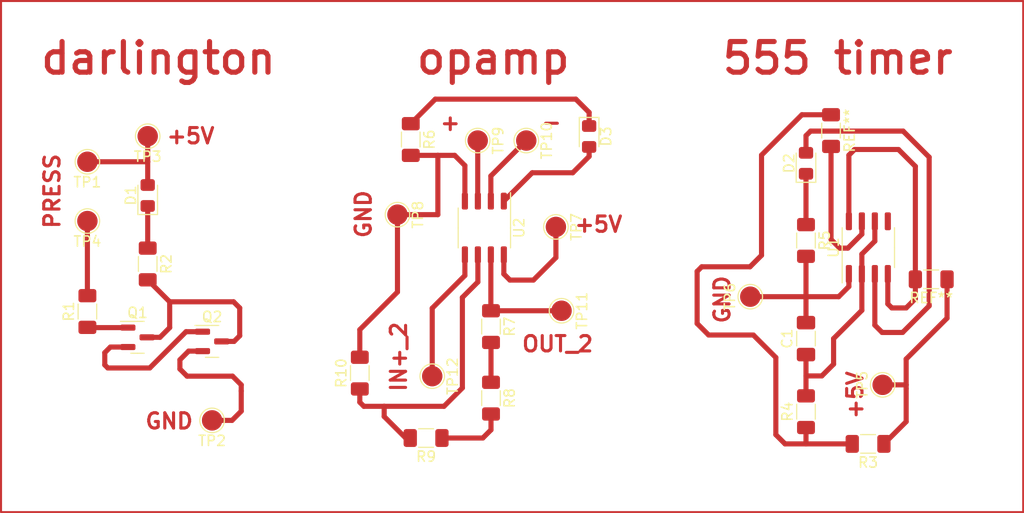
<source format=kicad_pcb>
(kicad_pcb (version 20211014) (generator pcbnew)
  (title_block (title "darlington pair & 555 astable & opamp configurations") (date "2024-04-29") (rev "2") (company "shklj"))
  (layers (0 "F.Cu" signal) (31 "B.Cu" signal) (34 "B.Paste" user) (35 "F.Paste" user) (36 "B.SilkS" user "B.Silkscreen") (37 "F.SilkS" user "F.Silkscreen") (38 "B.Mask" user) (39 "F.Mask" user) (44 "Edge.Cuts" user))
  (net 0 "")
  (net 1 "Net-(C1-Pad1)")
  (net 2 "Net-(C1-Pad2)")
  (net 3 "Net-(D1-Pad1)")
  (net 4 "Net-(D1-Pad2)")
  (net 5 "Net-(D2-Pad1)")
  (net 6 "Net-(D2-Pad2)")
  (net 7 "Net-(D3-Pad1)")
  (net 8 "Net-(D3-Pad2)")
  (net 9 "Net-(Q1-Pad1)")
  (net 10 "Net-(Q1-Pad2)")
  (net 11 "Net-(Q1-Pad3)")
  (net 12 "Net-(Q2-Pad1)")
  (net 13 "Net-(R1-Pad2)")
  (net 14 "Net-(R3-Pad1)")
  (net 15 "Net-(R3-Pad2)")
  (net 16 "Net-(R10-Pad2)")
  (net 17 "Net-(R7-Pad1)")
  (net 18 "Net-(R7-Pad2)")
  (net 19 "Net-(R8-Pad2)")
  (net 20 "Net-(R10-Pad1)")
  (net 21 "Net-(TP7-Pad1)")
  (net 22 "Net-(TP9-Pad1)")
  (net 23 "Net-(TP10-Pad1)")
  (net 24 "Net-(TP12-Pad1)")
  (footprint "Resistor_SMD:R_1206_3216Metric_Pad1.30x1.75mm_HandSolder" (layer "F.Cu") (at 174.05 105.125 90)
    (fp_text reference "R4" (at 0 -1.82 90) (layer "F.SilkS"))
    (fp_text value "10k")
    (fp_line (start -0.727064 -0.91) (end 0.727064 -0.91) (layer "F.SilkS") (width 0.12))
    (fp_line (start -0.727064 0.91) (end 0.727064 0.91) (layer "F.SilkS") (width 0.12))
    (pad "1" smd roundrect (at -1.55 0 90) (size 1.3 1.75) (layers "F.Cu" "F.Paste" "F.Mask") (roundrect_rratio 0.192308) (net 15 "Net-(R3-Pad2)"))
    (pad "2" smd roundrect (at 1.55 0 90) (size 1.3 1.75) (layers "F.Cu" "F.Paste" "F.Mask") (roundrect_rratio 0.192308) (net 1 "Net-(C1-Pad1)"))
  )
  (footprint "LED_SMD:LED_0805_2012Metric_Pad1.15x1.40mm_HandSolder" (layer "F.Cu") (at 174.05 80.825 90)
    (fp_text reference "D2" (at 0 -1.65 90) (layer "F.SilkS"))
    (fp_text value "LED")
    (fp_line (start -1.86 -0.96) (end -1.86 0.96) (layer "F.SilkS") (width 0.12))
    (fp_line (start -1.86 0.96) (end 1 0.96) (layer "F.SilkS") (width 0.12))
    (fp_line (start 1 -0.96) (end -1.86 -0.96) (layer "F.SilkS") (width 0.12))
    (pad "1" smd roundrect (at -1.025 0 90) (size 1.15 1.4) (layers "F.Cu" "F.Paste" "F.Mask") (roundrect_rratio 0.217391) (net 5 "Net-(D2-Pad1)"))
    (pad "2" smd roundrect (at 1.025 0 90) (size 1.15 1.4) (layers "F.Cu" "F.Paste" "F.Mask") (roundrect_rratio 0.217391) (net 6 "Net-(D2-Pad2)"))
  )
  (footprint "TestPoint:TestPoint_Pad_D2.0mm" (layer "F.Cu") (at 168.6 93.875 90)
    (fp_text reference "TP6" (at 0 -1.998 90) (layer "F.SilkS"))
    (fp_text value "TestPoint")
    (fp_circle (center 0 0) (end 0 1.2) (layer "F.SilkS") (width 0.12) (fill none))
    (pad "1" smd circle (at 0 0 90) (size 2 2) (layers "F.Cu" "F.Mask") (net 2 "Net-(C1-Pad2)"))
  )
  (footprint "TestPoint:TestPoint_Pad_D2.0mm" (layer "F.Cu") (at 146.685 78.6 -90)
    (fp_text reference "TP10" (at 0 -1.998 90) (layer "F.SilkS"))
    (fp_text value "TestPoint")
    (fp_circle (center 0 0) (end 0 1.2) (layer "F.SilkS") (width 0.12) (fill none))
    (pad "1" smd circle (at 0 0 270) (size 2 2) (layers "F.Cu" "F.Mask") (net 23 "Net-(TP10-Pad1)"))
  )
  (footprint "Resistor_SMD:R_1206_3216Metric_Pad1.30x1.75mm_HandSolder" (layer "F.Cu") (at 180.125 108.275 180)
    (fp_text reference "R3" (at 0 -1.82) (layer "F.SilkS"))
    (fp_text value "10k")
    (fp_line (start -0.727064 0.91) (end 0.727064 0.91) (layer "F.SilkS") (width 0.12))
    (fp_line (start -0.727064 -0.91) (end 0.727064 -0.91) (layer "F.SilkS") (width 0.12))
    (pad "1" smd roundrect (at -1.55 0 180) (size 1.3 1.75) (layers "F.Cu" "F.Paste" "F.Mask") (roundrect_rratio 0.192308) (net 14 "Net-(R3-Pad1)"))
    (pad "2" smd roundrect (at 1.55 0 180) (size 1.3 1.75) (layers "F.Cu" "F.Paste" "F.Mask") (roundrect_rratio 0.192308) (net 15 "Net-(R3-Pad2)"))
  )
  (footprint "Resistor_SMD:R_1206_3216Metric_Pad1.30x1.75mm_HandSolder" (layer "F.Cu") (at 136.885 107.7 180)
    (fp_text reference "R9" (at 0 -1.82) (layer "F.SilkS"))
    (fp_text value "10k")
    (fp_line (start -0.727064 0.91) (end 0.727064 0.91) (layer "F.SilkS") (width 0.12))
    (fp_line (start -0.727064 -0.91) (end 0.727064 -0.91) (layer "F.SilkS") (width 0.12))
    (pad "1" smd roundrect (at -1.55 0 180) (size 1.3 1.75) (layers "F.Cu" "F.Paste" "F.Mask") (roundrect_rratio 0.192308) (net 19 "Net-(R8-Pad2)"))
    (pad "2" smd roundrect (at 1.55 0 180) (size 1.3 1.75) (layers "F.Cu" "F.Paste" "F.Mask") (roundrect_rratio 0.192308) (net 20 "Net-(R10-Pad1)"))
  )
  (footprint "Resistor_SMD:R_1206_3216Metric_Pad1.30x1.75mm_HandSolder" (layer "F.Cu") (at 135.385 78.5 -90)
    (fp_text reference "R6" (at 0 -1.82 90) (layer "F.SilkS"))
    (fp_text value "200")
    (fp_line (start -0.727064 0.91) (end 0.727064 0.91) (layer "F.SilkS") (width 0.12))
    (fp_line (start -0.727064 -0.91) (end 0.727064 -0.91) (layer "F.SilkS") (width 0.12))
    (pad "1" smd roundrect (at -1.55 0 270) (size 1.3 1.75) (layers "F.Cu" "F.Paste" "F.Mask") (roundrect_rratio 0.192308) (net 7 "Net-(D3-Pad1)"))
    (pad "2" smd roundrect (at 1.55 0 270) (size 1.3 1.75) (layers "F.Cu" "F.Paste" "F.Mask") (roundrect_rratio 0.192308) (net 16 "Net-(R10-Pad2)"))
  )
  (footprint "TestPoint:TestPoint_Pad_D2.0mm" (layer "F.Cu") (at 149.585 87.05 -90)
    (fp_text reference "TP7" (at 0 -1.998 90) (layer "F.SilkS"))
    (fp_text value "TestPoint")
    (fp_circle (center 0 0) (end 0 1.2) (layer "F.SilkS") (width 0.12) (fill none))
    (pad "1" smd circle (at 0 0 270) (size 2 2) (layers "F.Cu" "F.Mask") (net 21 "Net-(TP7-Pad1)"))
  )
  (footprint "LED_SMD:LED_0805_2012Metric_Pad1.15x1.40mm_HandSolder" (layer "F.Cu") (at 109.65 83.975 90)
    (fp_text reference "D1" (at 0 -1.65 90) (layer "F.SilkS"))
    (fp_text value "LED")
    (fp_line (start 1 -0.96) (end -1.86 -0.96) (layer "F.SilkS") (width 0.12))
    (fp_line (start -1.86 0.96) (end 1 0.96) (layer "F.SilkS") (width 0.12))
    (fp_line (start -1.86 -0.96) (end -1.86 0.96) (layer "F.SilkS") (width 0.12))
    (pad "1" smd roundrect (at -1.025 0 90) (size 1.15 1.4) (layers "F.Cu" "F.Paste" "F.Mask") (roundrect_rratio 0.217391) (net 3 "Net-(D1-Pad1)"))
    (pad "2" smd roundrect (at 1.025 0 90) (size 1.15 1.4) (layers "F.Cu" "F.Paste" "F.Mask") (roundrect_rratio 0.217391) (net 4 "Net-(D1-Pad2)"))
  )
  (footprint "Package_TO_SOT_SMD:SOT-23" (layer "F.Cu") (at 115.95 98.25)
    (fp_text reference "Q2" (at 0 -2.4) (layer "F.SilkS"))
    (fp_text value "2SC1623")
    (fp_line (start 0 1.56) (end -0.65 1.56) (layer "F.SilkS") (width 0.12))
    (fp_line (start 0 1.56) (end 0.65 1.56) (layer "F.SilkS") (width 0.12))
    (fp_line (start 0 -1.56) (end 0.65 -1.56) (layer "F.SilkS") (width 0.12))
    (fp_line (start 0 -1.56) (end -1.675 -1.56) (layer "F.SilkS") (width 0.12))
    (pad "1" smd roundrect (at -0.9375 0.95) (size 1.475 0.6) (layers "F.Cu" "F.Paste" "F.Mask") (net 12 "Net-(Q2-Pad1)"))
    (pad "2" smd roundrect (at 0.9375 0) (size 1.475 0.6) (layers "F.Cu" "F.Paste" "F.Mask") (net 10 "Net-(Q1-Pad2)"))
    (pad "3" smd roundrect (at -0.9375 -0.95) (size 1.475 0.6) (layers "F.Cu" "F.Paste" "F.Mask") (net 9 "Net-(Q1-Pad1)"))
  )
  (footprint "LED_SMD:LED_0805_2012Metric_Pad1.15x1.40mm_HandSolder" (layer "F.Cu") (at 152.835 78.2 -90)
    (fp_text reference "D3" (at 0 -1.65 90) (layer "F.SilkS"))
    (fp_text value "LED")
    (fp_line (start -1.86 0.96) (end 1 0.96) (layer "F.SilkS") (width 0.12))
    (fp_line (start -1.86 -0.96) (end -1.86 0.96) (layer "F.SilkS") (width 0.12))
    (fp_line (start 1 -0.96) (end -1.86 -0.96) (layer "F.SilkS") (width 0.12))
    (pad "1" smd roundrect (at -1.025 0 270) (size 1.15 1.4) (layers "F.Cu" "F.Paste" "F.Mask") (roundrect_rratio 0.217391) (net 7 "Net-(D3-Pad1)"))
    (pad "2" smd roundrect (at 1.025 0 270) (size 1.15 1.4) (layers "F.Cu" "F.Paste" "F.Mask") (roundrect_rratio 0.217391) (net 8 "Net-(D3-Pad2)"))
  )
  (footprint "TestPoint:TestPoint_Pad_D2.0mm" (layer "F.Cu") (at 115.95 105.975 180)
    (fp_text reference "TP2" (at 0 -1.998) (layer "F.SilkS"))
    (fp_text value "TestPoint")
    (fp_circle (center 0 0) (end 0 1.2) (layer "F.SilkS") (width 0.12) (fill none))
    (pad "1" smd circle (at 0 0 180) (size 2 2) (layers "F.Cu" "F.Mask") (net 12 "Net-(Q2-Pad1)"))
  )
  (footprint "TestPoint:TestPoint_Pad_D2.0mm" (layer "F.Cu") (at 141.935 78.6 -90)
    (fp_text reference "TP9" (at 0 -1.998 90) (layer "F.SilkS"))
    (fp_text value "TestPoint")
    (fp_circle (center 0 0) (end 0 1.2) (layer "F.SilkS") (width 0.12) (fill none))
    (pad "1" smd circle (at 0 0 270) (size 2 2) (layers "F.Cu" "F.Mask") (net 22 "Net-(TP9-Pad1)"))
  )
  (footprint "Resistor_SMD:R_1206_3216Metric_Pad1.30x1.75mm_HandSolder" (layer "F.Cu") (at 103.75 95.325 90)
    (fp_text reference "R1" (at 0 -1.82 90) (layer "F.SilkS"))
    (fp_text value "10k")
    (fp_line (start -0.727064 -0.91) (end 0.727064 -0.91) (layer "F.SilkS") (width 0.12))
    (fp_line (start -0.727064 0.91) (end 0.727064 0.91) (layer "F.SilkS") (width 0.12))
    (pad "1" smd roundrect (at -1.55 0 90) (size 1.3 1.75) (layers "F.Cu" "F.Paste" "F.Mask") (roundrect_rratio 0.192308) (net 11 "Net-(Q1-Pad3)"))
    (pad "2" smd roundrect (at 1.55 0 90) (size 1.3 1.75) (layers "F.Cu" "F.Paste" "F.Mask") (roundrect_rratio 0.192308) (net 13 "Net-(R1-Pad2)"))
  )
  (footprint "TestPoint:TestPoint_Pad_D2.0mm" (layer "F.Cu") (at 150.135 95.25 -90)
    (fp_text reference "TP11" (at 0 -1.998 90) (layer "F.SilkS"))
    (fp_text value "TestPoint")
    (fp_circle (center 0 0) (end 0 1.2) (layer "F.SilkS") (width 0.12) (fill none))
    (pad "1" smd circle (at 0 0 270) (size 2 2) (layers "F.Cu" "F.Mask") (net 17 "Net-(R7-Pad1)"))
  )
  (footprint "Resistor_SMD:R_1206_3216Metric_Pad1.30x1.75mm_HandSolder" (layer "F.Cu") (at 176.5 77.625 -90)
    (fp_text reference "REF**" (at 0 -1.82 90) (layer "F.SilkS"))
    (fp_text value "R_1206_3216Metric_Pad1.30x1.75mm_HandSolder" hide)
    (fp_line (start -0.727064 -0.91) (end 0.727064 -0.91) (layer "F.SilkS") (width 0.12))
    (fp_line (start -0.727064 0.91) (end 0.727064 0.91) (layer "F.SilkS") (width 0.12))
    (pad "1" smd roundrect (at -1.55 0 270) (size 1.3 1.75) (layers "F.Cu" "F.Paste" "F.Mask") (roundrect_rratio 0.192308) (net 15 "Net-(R3-Pad2)"))
    (pad "2" smd roundrect (at 1.55 0 270) (size 1.3 1.75) (layers "F.Cu" "F.Paste" "F.Mask") (roundrect_rratio 0.192308) (net 15 "Net-(R3-Pad2)"))
  )
  (footprint "Package_TO_SOT_SMD:SOT-23" (layer "F.Cu") (at 108.65 97.85)
    (fp_text reference "Q1" (at 0 -2.4) (layer "F.SilkS"))
    (fp_text value "2SC1623")
    (fp_line (start 0 1.56) (end 0.65 1.56) (layer "F.SilkS") (width 0.12))
    (fp_line (start 0 -1.56) (end -1.675 -1.56) (layer "F.SilkS") (width 0.12))
    (fp_line (start 0 1.56) (end -0.65 1.56) (layer "F.SilkS") (width 0.12))
    (fp_line (start 0 -1.56) (end 0.65 -1.56) (layer "F.SilkS") (width 0.12))
    (pad "1" smd roundrect (at -0.9375 0.95) (size 1.475 0.6) (layers "F.Cu" "F.Paste" "F.Mask") (net 9 "Net-(Q1-Pad1)"))
    (pad "2" smd roundrect (at 0.9375 0) (size 1.475 0.6) (layers "F.Cu" "F.Paste" "F.Mask") (net 10 "Net-(Q1-Pad2)"))
    (pad "3" smd roundrect (at -0.9375 -0.95) (size 1.475 0.6) (layers "F.Cu" "F.Paste" "F.Mask") (net 11 "Net-(Q1-Pad3)"))
  )
  (footprint "Resistor_SMD:R_1206_3216Metric_Pad1.30x1.75mm_HandSolder" (layer "F.Cu") (at 143.235 96.8 -90)
    (fp_text reference "R7" (at 0 -1.82 90) (layer "F.SilkS"))
    (fp_text value "10k")
    (fp_line (start -0.727064 0.91) (end 0.727064 0.91) (layer "F.SilkS") (width 0.12))
    (fp_line (start -0.727064 -0.91) (end 0.727064 -0.91) (layer "F.SilkS") (width 0.12))
    (pad "1" smd roundrect (at -1.55 0 270) (size 1.3 1.75) (layers "F.Cu" "F.Paste" "F.Mask") (roundrect_rratio 0.192308) (net 17 "Net-(R7-Pad1)"))
    (pad "2" smd roundrect (at 1.55 0 270) (size 1.3 1.75) (layers "F.Cu" "F.Paste" "F.Mask") (roundrect_rratio 0.192308) (net 18 "Net-(R7-Pad2)"))
  )
  (footprint "Package_SO:SO-8_3.9x4.9mm_P1.27mm" (layer "F.Cu") (at 180.15 89.075 90)
    (fp_text reference "U1" (at 0 -3.4 90) (layer "F.SilkS"))
    (fp_text value "SE555DR")
    (fp_line (start 0 2.56) (end 1.95 2.56) (layer "F.SilkS") (width 0.12))
    (fp_line (start 0 -2.56) (end 1.95 -2.56) (layer "F.SilkS") (width 0.12))
    (fp_line (start 0 -2.56) (end -3.45 -2.56) (layer "F.SilkS") (width 0.12))
    (fp_line (start 0 2.56) (end -1.95 2.56) (layer "F.SilkS") (width 0.12))
    (pad "1" smd roundrect (at -2.575 -1.905 90) (size 1.75 0.6) (layers "F.Cu" "F.Paste" "F.Mask") (net 2 "Net-(C1-Pad2)"))
    (pad "2" smd roundrect (at -2.575 -0.635 90) (size 1.75 0.6) (layers "F.Cu" "F.Paste" "F.Mask") (net 1 "Net-(C1-Pad1)"))
    (pad "3" smd roundrect (at -2.575 0.635 90) (size 1.75 0.6) (layers "F.Cu" "F.Paste" "F.Mask") (net 6 "Net-(D2-Pad2)"))
    (pad "4" smd roundrect (at -2.575 1.905 90) (size 1.75 0.6) (layers "F.Cu" "F.Paste" "F.Mask") (net 14 "Net-(R3-Pad1)"))
    (pad "5" smd roundrect (at 2.575 1.905 90) (size 1.75 0.6) (layers "F.Cu" "F.Paste" "F.Mask"))
    (pad "6" smd roundrect (at 2.575 0.635 90) (size 1.75 0.6) (layers "F.Cu" "F.Paste" "F.Mask") (net 1 "Net-(C1-Pad1)"))
    (pad "7" smd roundrect (at 2.575 -0.635 90) (size 1.75 0.6) (layers "F.Cu" "F.Paste" "F.Mask") (net 15 "Net-(R3-Pad2)"))
    (pad "8" smd roundrect (at 2.575 -1.905 90) (size 1.75 0.6) (layers "F.Cu" "F.Paste" "F.Mask") (net 14 "Net-(R3-Pad1)"))
  )
  (footprint "Resistor_SMD:R_1206_3216Metric_Pad1.30x1.75mm_HandSolder" (layer "F.Cu") (at 186.3 92.175 180)
    (fp_text reference "REF**" (at 0 -1.82) (layer "F.SilkS"))
    (fp_text value "R_1206_3216Metric_Pad1.30x1.75mm_HandSolder" hide)
    (fp_line (start -0.727064 -0.91) (end 0.727064 -0.91) (layer "F.SilkS") (width 0.12))
    (fp_line (start -0.727064 0.91) (end 0.727064 0.91) (layer "F.SilkS") (width 0.12))
    (pad "1" smd roundrect (at -1.55 0 180) (size 1.3 1.75) (layers "F.Cu" "F.Paste" "F.Mask") (roundrect_rratio 0.192308) (net 14 "Net-(R3-Pad1)"))
    (pad "2" smd roundrect (at 1.55 0 180) (size 1.3 1.75) (layers "F.Cu" "F.Paste" "F.Mask") (roundrect_rratio 0.192308) (net 14 "Net-(R3-Pad1)"))
  )
  (footprint "TestPoint:TestPoint_Pad_D2.0mm" (layer "F.Cu") (at 103.75 86.475 180)
    (fp_text reference "TP4" (at 0 -1.998) (layer "F.SilkS"))
    (fp_text value "TestPoint")
    (fp_circle (center 0 0) (end 0 1.2) (layer "F.SilkS") (width 0.12) (fill none))
    (pad "1" smd circle (at 0 0 180) (size 2 2) (layers "F.Cu" "F.Mask") (net 13 "Net-(R1-Pad2)"))
  )
  (footprint "TestPoint:TestPoint_Pad_D2.0mm" (layer "F.Cu") (at 137.485 101.65 -90)
    (fp_text reference "TP12" (at 0 -1.998 90) (layer "F.SilkS"))
    (fp_text value "TestPoint")
    (fp_circle (center 0 0) (end 0 1.2) (layer "F.SilkS") (width 0.12) (fill none))
    (pad "1" smd circle (at 0 0 270) (size 2 2) (layers "F.Cu" "F.Mask") (net 24 "Net-(TP12-Pad1)"))
  )
  (footprint "Package_SO:SOP-8_3.9x4.9mm_P1.27mm" (layer "F.Cu") (at 142.585 87.15 -90)
    (fp_text reference "U2" (at 0 -3.4 90) (layer "F.SilkS"))
    (fp_text value "JRC4558D")
    (fp_line (start 0 -2.56) (end 1.95 -2.56) (layer "F.SilkS") (width 0.12))
    (fp_line (start 0 -2.56) (end -3.45 -2.56) (layer "F.SilkS") (width 0.12))
    (fp_line (start 0 2.56) (end -1.95 2.56) (layer "F.SilkS") (width 0.12))
    (fp_line (start 0 2.56) (end 1.95 2.56) (layer "F.SilkS") (width 0.12))
    (pad "1" smd roundrect (at -2.625 -1.905 270) (size 1.65 0.6) (layers "F.Cu" "F.Paste" "F.Mask") (net 8 "Net-(D3-Pad2)"))
    (pad "2" smd roundrect (at -2.625 -0.635 270) (size 1.65 0.6) (layers "F.Cu" "F.Paste" "F.Mask") (net 23 "Net-(TP10-Pad1)"))
    (pad "3" smd roundrect (at -2.625 0.635 270) (size 1.65 0.6) (layers "F.Cu" "F.Paste" "F.Mask") (net 22 "Net-(TP9-Pad1)"))
    (pad "4" smd roundrect (at -2.625 1.905 270) (size 1.65 0.6) (layers "F.Cu" "F.Paste" "F.Mask") (net 16 "Net-(R10-Pad2)"))
    (pad "5" smd roundrect (at 2.625 1.905 270) (size 1.65 0.6) (layers "F.Cu" "F.Paste" "F.Mask") (net 24 "Net-(TP12-Pad1)"))
    (pad "6" smd roundrect (at 2.625 0.635 270) (size 1.65 0.6) (layers "F.Cu" "F.Paste" "F.Mask") (net 20 "Net-(R10-Pad1)"))
    (pad "7" smd roundrect (at 2.625 -0.635 270) (size 1.65 0.6) (layers "F.Cu" "F.Paste" "F.Mask") (net 17 "Net-(R7-Pad1)"))
    (pad "8" smd roundrect (at 2.625 -1.905 270) (size 1.65 0.6) (layers "F.Cu" "F.Paste" "F.Mask") (net 21 "Net-(TP7-Pad1)"))
  )
  (footprint "Resistor_SMD:R_1206_3216Metric_Pad1.30x1.75mm_HandSolder" (layer "F.Cu") (at 130.4 101.35 90)
    (fp_text reference "R10" (at 0 -1.82 90) (layer "F.SilkS"))
    (fp_text value "10k")
    (fp_line (start -0.727064 0.91) (end 0.727064 0.91) (layer "F.SilkS") (width 0.12))
    (fp_line (start -0.727064 -0.91) (end 0.727064 -0.91) (layer "F.SilkS") (width 0.12))
    (pad "1" smd roundrect (at -1.55 0 90) (size 1.3 1.75) (layers "F.Cu" "F.Paste" "F.Mask") (roundrect_rratio 0.192308) (net 20 "Net-(R10-Pad1)"))
    (pad "2" smd roundrect (at 1.55 0 90) (size 1.3 1.75) (layers "F.Cu" "F.Paste" "F.Mask") (roundrect_rratio 0.192308) (net 16 "Net-(R10-Pad2)"))
  )
  (footprint "TestPoint:TestPoint_Pad_D2.0mm" (layer "F.Cu") (at 103.75 80.675 180)
    (fp_text reference "TP1" (at 0 -1.998) (layer "F.SilkS"))
    (fp_text value "TestPoint")
    (fp_circle (center 0 0) (end 0 1.2) (layer "F.SilkS") (width 0.12) (fill none))
    (pad "1" smd circle (at 0 0 180) (size 2 2) (layers "F.Cu" "F.Mask") (net 4 "Net-(D1-Pad2)"))
  )
  (footprint "Resistor_SMD:R_1206_3216Metric_Pad1.30x1.75mm_HandSolder" (layer "F.Cu") (at 143.235 103.8 -90)
    (fp_text reference "R8" (at 0 -1.82 90) (layer "F.SilkS"))
    (fp_text value "10k")
    (fp_line (start -0.727064 -0.91) (end 0.727064 -0.91) (layer "F.SilkS") (width 0.12))
    (fp_line (start -0.727064 0.91) (end 0.727064 0.91) (layer "F.SilkS") (width 0.12))
    (pad "1" smd roundrect (at -1.55 0 270) (size 1.3 1.75) (layers "F.Cu" "F.Paste" "F.Mask") (roundrect_rratio 0.192308) (net 18 "Net-(R7-Pad2)"))
    (pad "2" smd roundrect (at 1.55 0 270) (size 1.3 1.75) (layers "F.Cu" "F.Paste" "F.Mask") (roundrect_rratio 0.192308) (net 19 "Net-(R8-Pad2)"))
  )
  (footprint "Capacitor_SMD:C_1206_3216Metric_Pad1.33x1.80mm_HandSolder" (layer "F.Cu") (at 174.05 97.975 90)
    (fp_text reference "C1" (at 0 -1.85 90) (layer "F.SilkS"))
    (fp_text value "4u7")
    (fp_line (start -0.711252 0.91) (end 0.711252 0.91) (layer "F.SilkS") (width 0.12))
    (fp_line (start -0.711252 -0.91) (end 0.711252 -0.91) (layer "F.SilkS") (width 0.12))
    (pad "1" smd roundrect (at -1.5625 0 90) (size 1.325 1.8) (layers "F.Cu" "F.Paste" "F.Mask") (roundrect_rratio 0.188679) (net 1 "Net-(C1-Pad1)"))
    (pad "2" smd roundrect (at 1.5625 0 90) (size 1.325 1.8) (layers "F.Cu" "F.Paste" "F.Mask") (roundrect_rratio 0.188679) (net 2 "Net-(C1-Pad2)"))
  )
  (footprint "TestPoint:TestPoint_Pad_D2.0mm" (layer "F.Cu") (at 109.65 78.175 180)
    (fp_text reference "TP3" (at 0 -1.998) (layer "F.SilkS"))
    (fp_text value "TestPoint")
    (fp_circle (center 0 0) (end 0 1.2) (layer "F.SilkS") (width 0.12) (fill none))
    (pad "1" smd circle (at 0 0 180) (size 2 2) (layers "F.Cu" "F.Mask") (net 4 "Net-(D1-Pad2)"))
  )
  (footprint "TestPoint:TestPoint_Pad_D2.0mm" (layer "F.Cu") (at 181.55 102.5 90)
    (fp_text reference "TP5" (at 0 -1.998 90) (layer "F.SilkS"))
    (fp_text value "TestPoint")
    (fp_circle (center 0 0) (end 0 1.2) (layer "F.SilkS") (width 0.12) (fill none))
    (pad "1" smd circle (at 0 0 90) (size 2 2) (layers "F.Cu" "F.Mask") (net 14 "Net-(R3-Pad1)"))
  )
  (footprint "Resistor_SMD:R_1206_3216Metric_Pad1.30x1.75mm_HandSolder" (layer "F.Cu") (at 174.05 88.375 -90)
    (fp_text reference "R5" (at 0 -1.82 90) (layer "F.SilkS"))
    (fp_text value "200")
    (fp_line (start -0.727064 -0.91) (end 0.727064 -0.91) (layer "F.SilkS") (width 0.12))
    (fp_line (start -0.727064 0.91) (end 0.727064 0.91) (layer "F.SilkS") (width 0.12))
    (pad "1" smd roundrect (at -1.55 0 270) (size 1.3 1.75) (layers "F.Cu" "F.Paste" "F.Mask") (roundrect_rratio 0.192308) (net 5 "Net-(D2-Pad1)"))
    (pad "2" smd roundrect (at 1.55 0 270) (size 1.3 1.75) (layers "F.Cu" "F.Paste" "F.Mask") (roundrect_rratio 0.192308) (net 2 "Net-(C1-Pad2)"))
  )
  (footprint "Resistor_SMD:R_1206_3216Metric_Pad1.30x1.75mm_HandSolder" (layer "F.Cu") (at 109.65 90.675 -90)
    (fp_text reference "R2" (at 0 -1.82 90) (layer "F.SilkS"))
    (fp_text value "200")
    (fp_line (start -0.727064 -0.91) (end 0.727064 -0.91) (layer "F.SilkS") (width 0.12))
    (fp_line (start -0.727064 0.91) (end 0.727064 0.91) (layer "F.SilkS") (width 0.12))
    (pad "1" smd roundrect (at -1.55 0 270) (size 1.3 1.75) (layers "F.Cu" "F.Paste" "F.Mask") (roundrect_rratio 0.192308) (net 3 "Net-(D1-Pad1)"))
    (pad "2" smd roundrect (at 1.55 0 270) (size 1.3 1.75) (layers "F.Cu" "F.Paste" "F.Mask") (roundrect_rratio 0.192308) (net 10 "Net-(Q1-Pad2)"))
  )
  (footprint "TestPoint:TestPoint_Pad_D2.0mm" (layer "F.Cu") (at 134.085 85.85 -90)
    (fp_text reference "TP8" (at 0 -1.998 90) (layer "F.SilkS"))
    (fp_text value "TestPoint")
    (fp_circle (center 0 0) (end 0 1.2) (layer "F.SilkS") (width 0.12) (fill none))
    (pad "1" smd circle (at 0 0 270) (size 2 2) (layers "F.Cu" "F.Mask") (net 16 "Net-(R10-Pad2)"))
  )
  (gr_rect (start 95.3 64.95) (end 195.3 114.95) (layer "F.Cu") (width 0.2) (fill none))
  (gr_text "GND" (at 111.75 106.05) (layer "F.Cu") (effects (font (size 1.5 1.5) (thickness 0.3))))
  (gr_text "OUT_2" (at 149.75 98.5) (layer "F.Cu") (effects (font (size 1.5 1.5) (thickness 0.3))))
  (gr_text "-" (at 149.15 76.8) (layer "F.Cu") (effects (font (size 1.5 1.5) (thickness 0.3))))
  (gr_text "GND" (at 130.75 85.8 90) (layer "F.Cu") (effects (font (size 1.5 1.5) (thickness 0.3))))
  (gr_text "+5V" (at 178.85 103.5 90) (layer "F.Cu") (effects (font (size 1.5 1.5) (thickness 0.3))))
  (gr_text "GND" (at 165.85 94.15 90) (layer "F.Cu") (effects (font (size 1.5 1.5) (thickness 0.3))))
  (gr_text "+5V" (at 153.75 86.8) (layer "F.Cu") (effects (font (size 1.5 1.5) (thickness 0.3))))
  (gr_text "+5V" (at 113.85 78.15) (layer "F.Cu") (effects (font (size 1.5 1.5) (thickness 0.3))))
  (gr_text "+" (at 139.25 76.85) (layer "F.Cu") (effects (font (size 1.5 1.5) (thickness 0.3))))
  (gr_text "555 timer" (at 177.15 70.55) (layer "F.Cu") (effects (font (size 3 3) (thickness 0.5))))
  (gr_text "PRESS" (at 100.3 83.55 90) (layer "F.Cu") (effects (font (size 1.5 1.5) (thickness 0.3))))
  (gr_text "IN+_2" (at 134.2 99.75 90) (layer "F.Cu") (effects (font (size 1.5 1.5) (thickness 0.3))))
  (gr_text "darlington" (at 110.7 70.55) (layer "F.Cu") (effects (font (size 3 3) (thickness 0.5))))
  (gr_text "opamp" (at 143.45 70.55) (layer "F.Cu") (effects (font (size 3 3) (thickness 0.5))))
  (segment (start 179.515 95.21) (end 176.75 97.975) (width 0.5) (layer "F.Cu") (net 1))
  (segment (start 179.515 91.65) (end 179.515 95.21) (width 0.5) (layer "F.Cu") (net 1))
  (segment (start 174.05 99.5375) (end 174.05 101.625) (width 0.5) (layer "F.Cu") (net 1))
  (segment (start 175.6 101.625) (end 174.05 101.625) (width 0.5) (layer "F.Cu") (net 1))
  (segment (start 176.75 100.475) (end 175.6 101.625) (width 0.5) (layer "F.Cu") (net 1))
  (segment (start 180.785 86.5) (end 180.785 88.44) (width 0.5) (layer "F.Cu") (net 1))
  (segment (start 176.75 97.975) (end 176.75 100.475) (width 0.5) (layer "F.Cu") (net 1))
  (segment (start 180.785 88.44) (end 179.515 89.71) (width 0.5) (layer "F.Cu") (net 1))
  (segment (start 174.05 101.625) (end 174.05 103.575) (width 0.5) (layer "F.Cu") (net 1))
  (segment (start 179.515 89.71) (end 179.515 91.65) (width 0.5) (layer "F.Cu") (net 1))
  (segment (start 177.25 93.875) (end 174.05 93.875) (width 0.5) (layer "F.Cu") (net 2))
  (segment (start 174.05 96.4125) (end 174.05 93.875) (width 0.5) (layer "F.Cu") (net 2))
  (segment (start 178.245 91.65) (end 178.245 92.88) (width 0.5) (layer "F.Cu") (net 2))
  (segment (start 178.245 92.88) (end 177.25 93.875) (width 0.5) (layer "F.Cu") (net 2))
  (segment (start 174.05 93.875) (end 174.05 89.925) (width 0.5) (layer "F.Cu") (net 2))
  (segment (start 168.6 93.875) (end 174.05 93.875) (width 0.5) (layer "F.Cu") (net 2))
  (segment (start 109.65 85) (end 109.65 89.125) (width 0.5) (layer "F.Cu") (net 3))
  (segment (start 109.65 80.675) (end 103.75 80.675) (width 0.5) (layer "F.Cu") (net 4))
  (segment (start 109.65 78.175) (end 109.65 80.675) (width 0.5) (layer "F.Cu") (net 4))
  (segment (start 109.65 80.675) (end 109.65 82.95) (width 0.5) (layer "F.Cu") (net 4))
  (segment (start 174.05 86.825) (end 174.05 81.85) (width 0.5) (layer "F.Cu") (net 5))
  (segment (start 181.5 97.375) (end 180.785 96.66) (width 0.5) (layer "F.Cu") (net 6))
  (segment (start 174.5 77.675) (end 183.55 77.675) (width 0.5) (layer "F.Cu") (net 6))
  (segment (start 186.1 80.225) (end 186.1 94.775) (width 0.5) (layer "F.Cu") (net 6))
  (segment (start 183.5 97.375) (end 181.5 97.375) (width 0.5) (layer "F.Cu") (net 6))
  (segment (start 174.05 79.8) (end 174.05 78.125) (width 0.5) (layer "F.Cu") (net 6))
  (segment (start 186.1 94.775) (end 183.5 97.375) (width 0.5) (layer "F.Cu") (net 6))
  (segment (start 180.785 96.66) (end 180.785 91.65) (width 0.5) (layer "F.Cu") (net 6))
  (segment (start 183.55 77.675) (end 186.1 80.225) (width 0.5) (layer "F.Cu") (net 6))
  (segment (start 174.05 78.125) (end 174.5 77.675) (width 0.5) (layer "F.Cu") (net 6))
  (segment (start 152.835 77.175) (end 152.835 75.85) (width 0.5) (layer "F.Cu") (net 7))
  (segment (start 137.785 74.55) (end 135.385 76.95) (width 0.5) (layer "F.Cu") (net 7))
  (segment (start 152.835 75.85) (end 151.535 74.55) (width 0.5) (layer "F.Cu") (net 7))
  (segment (start 151.535 74.55) (end 137.785 74.55) (width 0.5) (layer "F.Cu") (net 7))
  (segment (start 144.49 84.525) (end 147.265 81.75) (width 0.5) (layer "F.Cu") (net 8))
  (segment (start 151.235 81.75) (end 152.835 80.15) (width 0.5) (layer "F.Cu") (net 8))
  (segment (start 147.265 81.75) (end 151.235 81.75) (width 0.5) (layer "F.Cu") (net 8))
  (segment (start 152.835 80.15) (end 152.835 79.225) (width 0.5) (layer "F.Cu") (net 8))
  (segment (start 113.4 97.3) (end 115.0125 97.3) (width 0.5) (layer "F.Cu") (net 9))
  (segment (start 105.45 100.55) (end 105.75 100.85) (width 0.5) (layer "F.Cu") (net 9))
  (segment (start 105.45 99.35) (end 105.45 100.55) (width 0.5) (layer "F.Cu") (net 9))
  (segment (start 106 98.8) (end 105.45 99.35) (width 0.5) (layer "F.Cu") (net 9))
  (segment (start 105.75 100.85) (end 109.85 100.85) (width 0.5) (layer "F.Cu") (net 9))
  (segment (start 109.85 100.85) (end 113.4 97.3) (width 0.5) (layer "F.Cu") (net 9))
  (segment (start 107.7125 98.8) (end 106 98.8) (width 0.5) (layer "F.Cu") (net 9))
  (segment (start 118.05 94.375) (end 111.8 94.375) (width 0.5) (layer "F.Cu") (net 10))
  (segment (start 111.8 96.9) (end 111.8 94.375) (width 0.5) (layer "F.Cu") (net 10))
  (segment (start 109.65 92.225) (end 111.8 94.375) (width 0.5) (layer "F.Cu") (net 10))
  (segment (start 110.85 97.85) (end 111.8 96.9) (width 0.5) (layer "F.Cu") (net 10))
  (segment (start 109.5875 97.85) (end 110.85 97.85) (width 0.5) (layer "F.Cu") (net 10))
  (segment (start 118.65 94.975) (end 118.05 94.375) (width 0.5) (layer "F.Cu") (net 10))
  (segment (start 118.1 98.25) (end 118.65 97.7) (width 0.5) (layer "F.Cu") (net 10))
  (segment (start 118.65 97.7) (end 118.65 94.975) (width 0.5) (layer "F.Cu") (net 10))
  (segment (start 116.8875 98.25) (end 118.1 98.25) (width 0.5) (layer "F.Cu") (net 10))
  (segment (start 103.775 96.9) (end 103.75 96.875) (width 0.5) (layer "F.Cu") (net 11))
  (segment (start 107.7125 96.9) (end 103.775 96.9) (width 0.5) (layer "F.Cu") (net 11))
  (segment (start 117.95 101.65) (end 118.8 102.5) (width 0.5) (layer "F.Cu") (net 12))
  (segment (start 118.8 102.5) (end 118.8 103.1) (width 0.5) (layer "F.Cu") (net 12))
  (segment (start 118.8 103.1) (end 118.8 105.075) (width 0.5) (layer "F.Cu") (net 12))
  (segment (start 113.5 101.65) (end 117.95 101.65) (width 0.5) (layer "F.Cu") (net 12))
  (segment (start 118.8 105.075) (end 117.9 105.975) (width 0.5) (layer "F.Cu") (net 12))
  (segment (start 113.65 99.2) (end 112.8 100.05) (width 0.5) (layer "F.Cu") (net 12))
  (segment (start 112.8 100.95) (end 113.5 101.65) (width 0.5) (layer "F.Cu") (net 12))
  (segment (start 115.0125 99.2) (end 113.65 99.2) (width 0.5) (layer "F.Cu") (net 12))
  (segment (start 117.9 105.975) (end 115.95 105.975) (width 0.5) (layer "F.Cu") (net 12))
  (segment (start 112.8 100.05) (end 112.8 100.95) (width 0.5) (layer "F.Cu") (net 12))
  (segment (start 103.75 93.775) (end 103.75 86.475) (width 0.5) (layer "F.Cu") (net 13))
  (segment (start 187.85 92.175) (end 187.85 95.975) (width 0.5) (layer "F.Cu") (net 14))
  (segment (start 184.75 81.125) (end 183.1 79.475) (width 0.5) (layer "F.Cu") (net 14))
  (segment (start 182.055 91.65) (end 182.055 94.58) (width 0.5) (layer "F.Cu") (net 14))
  (segment (start 184.75 92.175) (end 184.75 81.125) (width 0.5) (layer "F.Cu") (net 14))
  (segment (start 181.675 108.275) (end 183.85 106.1) (width 0.5) (layer "F.Cu") (net 14))
  (segment (start 183.85 94.975) (end 184.75 94.075) (width 0.5) (layer "F.Cu") (net 14))
  (segment (start 182.055 94.58) (end 182.45 94.975) (width 0.5) (layer "F.Cu") (net 14))
  (segment (start 183.85 106.1) (end 183.85 102.875) (width 0.5) (layer "F.Cu") (net 14))
  (segment (start 182.45 94.975) (end 183.85 94.975) (width 0.5) (layer "F.Cu") (net 14))
  (segment (start 183.1 79.475) (end 178.8 79.475) (width 0.5) (layer "F.Cu") (net 14))
  (segment (start 183.85 102.875) (end 183.85 102.5) (width 0.5) (layer "F.Cu") (net 14))
  (segment (start 178.8 79.475) (end 178.245 80.03) (width 0.5) (layer "F.Cu") (net 14))
  (segment (start 187.85 95.975) (end 183.85 99.975) (width 0.5) (layer "F.Cu") (net 14))
  (segment (start 178.245 80.03) (end 178.245 86.5) (width 0.5) (layer "F.Cu") (net 14))
  (segment (start 181.55 102.5) (end 183.85 102.5) (width 0.5) (layer "F.Cu") (net 14))
  (segment (start 184.75 94.075) (end 184.75 92.175) (width 0.5) (layer "F.Cu") (net 14))
  (segment (start 183.85 102.5) (end 183.85 99.975) (width 0.5) (layer "F.Cu") (net 14))
  (segment (start 172 108.275) (end 171.1 107.375) (width 0.5) (layer "F.Cu") (net 15))
  (segment (start 179.515 86.5) (end 179.515 87.76) (width 0.5) (layer "F.Cu") (net 15))
  (segment (start 174.05 108.275) (end 178.575 108.275) (width 0.5) (layer "F.Cu") (net 15))
  (segment (start 171.1 99.825) (end 168.9 97.625) (width 0.5) (layer "F.Cu") (net 15))
  (segment (start 176.5 79.175) (end 176.5 88.275) (width 0.5) (layer "F.Cu") (net 15))
  (segment (start 169.7 80.025) (end 173.65 76.075) (width 0.5) (layer "F.Cu") (net 15))
  (segment (start 168.575 90.95) (end 169.7 89.825) (width 0.5) (layer "F.Cu") (net 15))
  (segment (start 179.515 87.76) (end 178.15 89.125) (width 0.5) (layer "F.Cu") (net 15))
  (segment (start 173.65 76.075) (end 176.5 76.075) (width 0.5) (layer "F.Cu") (net 15))
  (segment (start 163.4 96.5) (end 163.4 91.4) (width 0.5) (layer "F.Cu") (net 15))
  (segment (start 176.5 88.275) (end 177.35 89.125) (width 0.5) (layer "F.Cu") (net 15))
  (segment (start 174.05 106.675) (end 174.05 108.275) (width 0.5) (layer "F.Cu") (net 15))
  (segment (start 163.85 90.95) (end 168.575 90.95) (width 0.5) (layer "F.Cu") (net 15))
  (segment (start 164.525 97.625) (end 163.4 96.5) (width 0.5) (layer "F.Cu") (net 15))
  (segment (start 168.9 97.625) (end 164.525 97.625) (width 0.5) (layer "F.Cu") (net 15))
  (segment (start 163.4 91.4) (end 163.85 90.95) (width 0.5) (layer "F.Cu") (net 15))
  (segment (start 177.35 89.125) (end 178.15 89.125) (width 0.5) (layer "F.Cu") (net 15))
  (segment (start 174.05 108.275) (end 172 108.275) (width 0.5) (layer "F.Cu") (net 15))
  (segment (start 171.1 107.375) (end 171.1 99.825) (width 0.5) (layer "F.Cu") (net 15))
  (segment (start 169.7 89.825) (end 169.7 80.025) (width 0.5) (layer "F.Cu") (net 15))
  (segment (start 135.385 80.05) (end 138.035 80.05) (width 0.5) (layer "F.Cu") (net 16))
  (segment (start 130.4 97.1) (end 134.085 93.415) (width 0.5) (layer "F.Cu") (net 16))
  (segment (start 134.085 85.85) (end 138.035 85.85) (width 0.5) (layer "F.Cu") (net 16))
  (segment (start 130.4 99.8) (end 130.4 97.1) (width 0.5) (layer "F.Cu") (net 16))
  (segment (start 140.68 81.045) (end 140.68 84.525) (width 0.5) (layer "F.Cu") (net 16))
  (segment (start 138.035 85.85) (end 138.035 80.05) (width 0.5) (layer "F.Cu") (net 16))
  (segment (start 138.035 80.05) (end 139.685 80.05) (width 0.5) (layer "F.Cu") (net 16))
  (segment (start 134.085 93.415) (end 134.085 85.85) (width 0.5) (layer "F.Cu") (net 16))
  (segment (start 139.685 80.05) (end 140.68 81.045) (width 0.5) (layer "F.Cu") (net 16))
  (segment (start 143.22 89.775) (end 143.22 95.235) (width 0.5) (layer "F.Cu") (net 17))
  (segment (start 143.235 95.25) (end 150.135 95.25) (width 0.5) (layer "F.Cu") (net 17))
  (segment (start 143.22 95.235) (end 143.235 95.25) (width 0.5) (layer "F.Cu") (net 17))
  (segment (start 143.235 98.35) (end 143.235 102.25) (width 0.5) (layer "F.Cu") (net 18))
  (segment (start 142.435 107.7) (end 138.435 107.7) (width 0.5) (layer "F.Cu") (net 19))
  (segment (start 143.235 106.9) (end 142.435 107.7) (width 0.5) (layer "F.Cu") (net 19))
  (segment (start 143.235 105.35) (end 143.235 106.9) (width 0.5) (layer "F.Cu") (net 19))
  (segment (start 132.785 104.6) (end 130.8 104.6) (width 0.5) (layer "F.Cu") (net 20))
  (segment (start 140.435 102.8) (end 138.635 104.6) (width 0.5) (layer "F.Cu") (net 20))
  (segment (start 130.4 104.2) (end 130.4 102.9) (width 0.5) (layer "F.Cu") (net 20))
  (segment (start 132.785 105.6) (end 132.785 104.6) (width 0.5) (layer "F.Cu") (net 20))
  (segment (start 138.635 104.6) (end 132.785 104.6) (width 0.5) (layer "F.Cu") (net 20))
  (segment (start 135.335 107.7) (end 134.885 107.7) (width 0.5) (layer "F.Cu") (net 20))
  (segment (start 141.95 89.775) (end 141.95 92.435) (width 0.5) (layer "F.Cu") (net 20))
  (segment (start 141.95 92.435) (end 140.435 93.95) (width 0.5) (layer "F.Cu") (net 20))
  (segment (start 134.885 107.7) (end 132.785 105.6) (width 0.5) (layer "F.Cu") (net 20))
  (segment (start 140.435 93.95) (end 140.435 102.8) (width 0.5) (layer "F.Cu") (net 20))
  (segment (start 130.8 104.6) (end 130.4 104.2) (width 0.5) (layer "F.Cu") (net 20))
  (segment (start 149.585 87.05) (end 149.585 90.05) (width 0.5) (layer "F.Cu") (net 21))
  (segment (start 145.085 92.25) (end 144.49 91.655) (width 0.5) (layer "F.Cu") (net 21))
  (segment (start 149.585 90.05) (end 147.385 92.25) (width 0.5) (layer "F.Cu") (net 21))
  (segment (start 147.385 92.25) (end 145.085 92.25) (width 0.5) (layer "F.Cu") (net 21))
  (segment (start 144.49 91.655) (end 144.49 89.775) (width 0.5) (layer "F.Cu") (net 21))
  (segment (start 141.935 84.51) (end 141.935 78.6) (width 0.5) (layer "F.Cu") (net 22))
  (segment (start 141.95 84.525) (end 141.935 84.51) (width 0.5) (layer "F.Cu") (net 22))
  (segment (start 143.22 82.065) (end 146.685 78.6) (width 0.5) (layer "F.Cu") (net 23))
  (segment (start 143.22 84.525) (end 143.22 82.065) (width 0.5) (layer "F.Cu") (net 23))
  (segment (start 140.68 89.775) (end 140.68 91.805) (width 0.5) (layer "F.Cu") (net 24))
  (segment (start 137.485 95) (end 137.485 101.65) (width 0.5) (layer "F.Cu") (net 24))
  (segment (start 140.68 91.805) (end 137.485 95) (width 0.5) (layer "F.Cu") (net 24))
)
</source>
